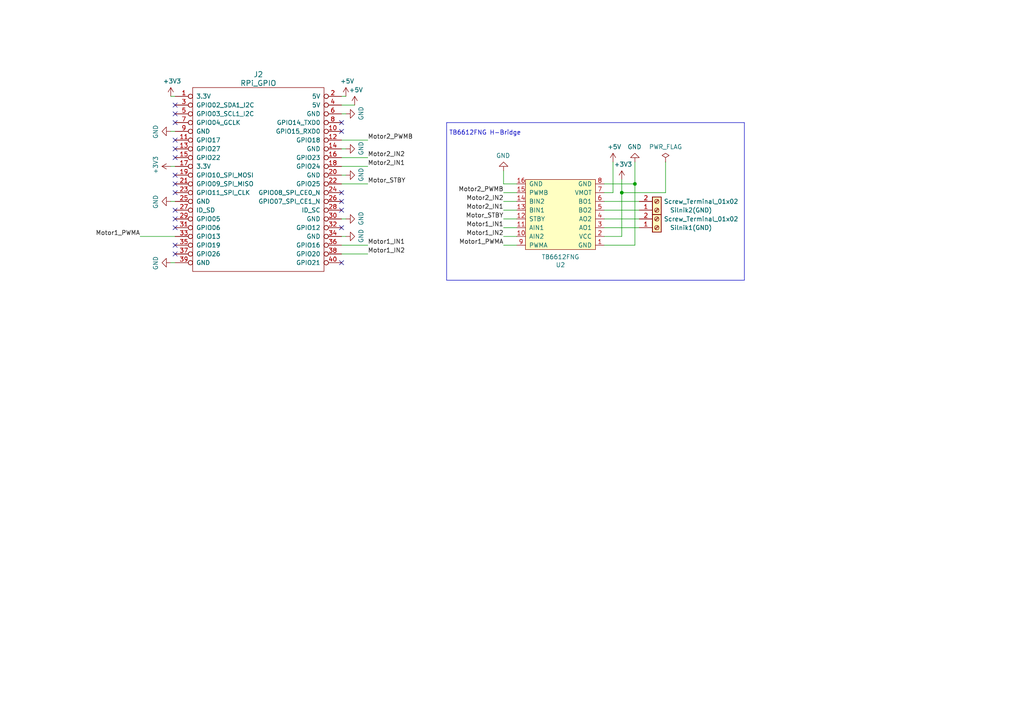
<source format=kicad_sch>
(kicad_sch (version 20230121) (generator eeschema)

  (uuid 61fe293f-6808-4b7f-9340-9aaac7054a97)

  (paper "A4")

  (lib_symbols
    (symbol "Connector-ML:RPi_GPIO" (pin_names (offset 1.016)) (in_bom yes) (on_board yes)
      (property "Reference" "J" (at 19.05 6.35 0)
        (effects (font (size 1.524 1.524)))
      )
      (property "Value" "RPi_GPIO" (at 19.05 3.81 0)
        (effects (font (size 1.524 1.524)))
      )
      (property "Footprint" "" (at 0 0 0)
        (effects (font (size 1.524 1.524)))
      )
      (property "Datasheet" "" (at 0 0 0)
        (effects (font (size 1.524 1.524)))
      )
      (property "ki_keywords" "RPi Raspberry Pi GPIO" (at 0 0 0)
        (effects (font (size 1.27 1.27)) hide)
      )
      (property "ki_description" "Raspberry Pi Hat GPIO" (at 0 0 0)
        (effects (font (size 1.27 1.27)) hide)
      )
      (symbol "RPi_GPIO_0_1"
        (rectangle (start 0 2.54) (end 38.1 -50.8)
          (stroke (width 0) (type default))
          (fill (type none))
        )
      )
      (symbol "RPi_GPIO_1_1"
        (pin power_in inverted (at -5.08 0 0) (length 5.08)
          (name "3.3V" (effects (font (size 1.27 1.27))))
          (number "1" (effects (font (size 1.27 1.27))))
        )
        (pin bidirectional inverted (at 43.18 -10.16 180) (length 5.08)
          (name "GPIO15_RXD0" (effects (font (size 1.27 1.27))))
          (number "10" (effects (font (size 1.27 1.27))))
        )
        (pin bidirectional inverted (at -5.08 -12.7 0) (length 5.08)
          (name "GPIO17" (effects (font (size 1.27 1.27))))
          (number "11" (effects (font (size 1.27 1.27))))
        )
        (pin bidirectional inverted (at 43.18 -12.7 180) (length 5.08)
          (name "GPIO18" (effects (font (size 1.27 1.27))))
          (number "12" (effects (font (size 1.27 1.27))))
        )
        (pin bidirectional inverted (at -5.08 -15.24 0) (length 5.08)
          (name "GPIO27" (effects (font (size 1.27 1.27))))
          (number "13" (effects (font (size 1.27 1.27))))
        )
        (pin power_in inverted (at 43.18 -15.24 180) (length 5.08)
          (name "GND" (effects (font (size 1.27 1.27))))
          (number "14" (effects (font (size 1.27 1.27))))
        )
        (pin bidirectional inverted (at -5.08 -17.78 0) (length 5.08)
          (name "GPIO22" (effects (font (size 1.27 1.27))))
          (number "15" (effects (font (size 1.27 1.27))))
        )
        (pin bidirectional inverted (at 43.18 -17.78 180) (length 5.08)
          (name "GPIO23" (effects (font (size 1.27 1.27))))
          (number "16" (effects (font (size 1.27 1.27))))
        )
        (pin power_in inverted (at -5.08 -20.32 0) (length 5.08)
          (name "3.3V" (effects (font (size 1.27 1.27))))
          (number "17" (effects (font (size 1.27 1.27))))
        )
        (pin bidirectional inverted (at 43.18 -20.32 180) (length 5.08)
          (name "GPIO24" (effects (font (size 1.27 1.27))))
          (number "18" (effects (font (size 1.27 1.27))))
        )
        (pin bidirectional inverted (at -5.08 -22.86 0) (length 5.08)
          (name "GPIO10_SPI_MOSI" (effects (font (size 1.27 1.27))))
          (number "19" (effects (font (size 1.27 1.27))))
        )
        (pin power_in inverted (at 43.18 0 180) (length 5.08)
          (name "5V" (effects (font (size 1.27 1.27))))
          (number "2" (effects (font (size 1.27 1.27))))
        )
        (pin power_in inverted (at 43.18 -22.86 180) (length 5.08)
          (name "GND" (effects (font (size 1.27 1.27))))
          (number "20" (effects (font (size 1.27 1.27))))
        )
        (pin bidirectional inverted (at -5.08 -25.4 0) (length 5.08)
          (name "GPIO09_SPI_MISO" (effects (font (size 1.27 1.27))))
          (number "21" (effects (font (size 1.27 1.27))))
        )
        (pin bidirectional inverted (at 43.18 -25.4 180) (length 5.08)
          (name "GPIO25" (effects (font (size 1.27 1.27))))
          (number "22" (effects (font (size 1.27 1.27))))
        )
        (pin bidirectional inverted (at -5.08 -27.94 0) (length 5.08)
          (name "GPIO11_SPI_CLK" (effects (font (size 1.27 1.27))))
          (number "23" (effects (font (size 1.27 1.27))))
        )
        (pin bidirectional inverted (at 43.18 -27.94 180) (length 5.08)
          (name "GPIO08_SPI_CE0_N" (effects (font (size 1.27 1.27))))
          (number "24" (effects (font (size 1.27 1.27))))
        )
        (pin power_in inverted (at -5.08 -30.48 0) (length 5.08)
          (name "GND" (effects (font (size 1.27 1.27))))
          (number "25" (effects (font (size 1.27 1.27))))
        )
        (pin bidirectional inverted (at 43.18 -30.48 180) (length 5.08)
          (name "GPIO07_SPI_CE1_N" (effects (font (size 1.27 1.27))))
          (number "26" (effects (font (size 1.27 1.27))))
        )
        (pin bidirectional inverted (at -5.08 -33.02 0) (length 5.08)
          (name "ID_SD" (effects (font (size 1.27 1.27))))
          (number "27" (effects (font (size 1.27 1.27))))
        )
        (pin bidirectional inverted (at 43.18 -33.02 180) (length 5.08)
          (name "ID_SC" (effects (font (size 1.27 1.27))))
          (number "28" (effects (font (size 1.27 1.27))))
        )
        (pin bidirectional inverted (at -5.08 -35.56 0) (length 5.08)
          (name "GPIO05" (effects (font (size 1.27 1.27))))
          (number "29" (effects (font (size 1.27 1.27))))
        )
        (pin bidirectional inverted (at -5.08 -2.54 0) (length 5.08)
          (name "GPIO02_SDA1_I2C" (effects (font (size 1.27 1.27))))
          (number "3" (effects (font (size 1.27 1.27))))
        )
        (pin power_in inverted (at 43.18 -35.56 180) (length 5.08)
          (name "GND" (effects (font (size 1.27 1.27))))
          (number "30" (effects (font (size 1.27 1.27))))
        )
        (pin bidirectional inverted (at -5.08 -38.1 0) (length 5.08)
          (name "GPIO06" (effects (font (size 1.27 1.27))))
          (number "31" (effects (font (size 1.27 1.27))))
        )
        (pin bidirectional inverted (at 43.18 -38.1 180) (length 5.08)
          (name "GPIO12" (effects (font (size 1.27 1.27))))
          (number "32" (effects (font (size 1.27 1.27))))
        )
        (pin bidirectional inverted (at -5.08 -40.64 0) (length 5.08)
          (name "GPIO13" (effects (font (size 1.27 1.27))))
          (number "33" (effects (font (size 1.27 1.27))))
        )
        (pin power_in inverted (at 43.18 -40.64 180) (length 5.08)
          (name "GND" (effects (font (size 1.27 1.27))))
          (number "34" (effects (font (size 1.27 1.27))))
        )
        (pin bidirectional inverted (at -5.08 -43.18 0) (length 5.08)
          (name "GPIO19" (effects (font (size 1.27 1.27))))
          (number "35" (effects (font (size 1.27 1.27))))
        )
        (pin bidirectional inverted (at 43.18 -43.18 180) (length 5.08)
          (name "GPIO16" (effects (font (size 1.27 1.27))))
          (number "36" (effects (font (size 1.27 1.27))))
        )
        (pin bidirectional inverted (at -5.08 -45.72 0) (length 5.08)
          (name "GPIO26" (effects (font (size 1.27 1.27))))
          (number "37" (effects (font (size 1.27 1.27))))
        )
        (pin bidirectional inverted (at 43.18 -45.72 180) (length 5.08)
          (name "GPIO20" (effects (font (size 1.27 1.27))))
          (number "38" (effects (font (size 1.27 1.27))))
        )
        (pin power_in inverted (at -5.08 -48.26 0) (length 5.08)
          (name "GND" (effects (font (size 1.27 1.27))))
          (number "39" (effects (font (size 1.27 1.27))))
        )
        (pin power_in inverted (at 43.18 -2.54 180) (length 5.08)
          (name "5V" (effects (font (size 1.27 1.27))))
          (number "4" (effects (font (size 1.27 1.27))))
        )
        (pin bidirectional inverted (at 43.18 -48.26 180) (length 5.08)
          (name "GPIO21" (effects (font (size 1.27 1.27))))
          (number "40" (effects (font (size 1.27 1.27))))
        )
        (pin bidirectional inverted (at -5.08 -5.08 0) (length 5.08)
          (name "GPIO03_SCL1_I2C" (effects (font (size 1.27 1.27))))
          (number "5" (effects (font (size 1.27 1.27))))
        )
        (pin power_in inverted (at 43.18 -5.08 180) (length 5.08)
          (name "GND" (effects (font (size 1.27 1.27))))
          (number "6" (effects (font (size 1.27 1.27))))
        )
        (pin bidirectional inverted (at -5.08 -7.62 0) (length 5.08)
          (name "GPIO04_GCLK" (effects (font (size 1.27 1.27))))
          (number "7" (effects (font (size 1.27 1.27))))
        )
        (pin bidirectional inverted (at 43.18 -7.62 180) (length 5.08)
          (name "GPIO14_TXD0" (effects (font (size 1.27 1.27))))
          (number "8" (effects (font (size 1.27 1.27))))
        )
        (pin power_in inverted (at -5.08 -10.16 0) (length 5.08)
          (name "GND" (effects (font (size 1.27 1.27))))
          (number "9" (effects (font (size 1.27 1.27))))
        )
      )
    )
    (symbol "Connector:Screw_Terminal_01x02" (pin_names (offset 1.016) hide) (in_bom yes) (on_board yes)
      (property "Reference" "J" (at 0 2.54 0)
        (effects (font (size 1.27 1.27)))
      )
      (property "Value" "Screw_Terminal_01x02" (at 0 -5.08 0)
        (effects (font (size 1.27 1.27)))
      )
      (property "Footprint" "" (at 0 0 0)
        (effects (font (size 1.27 1.27)) hide)
      )
      (property "Datasheet" "~" (at 0 0 0)
        (effects (font (size 1.27 1.27)) hide)
      )
      (property "ki_keywords" "screw terminal" (at 0 0 0)
        (effects (font (size 1.27 1.27)) hide)
      )
      (property "ki_description" "Generic screw terminal, single row, 01x02, script generated (kicad-library-utils/schlib/autogen/connector/)" (at 0 0 0)
        (effects (font (size 1.27 1.27)) hide)
      )
      (property "ki_fp_filters" "TerminalBlock*:*" (at 0 0 0)
        (effects (font (size 1.27 1.27)) hide)
      )
      (symbol "Screw_Terminal_01x02_1_1"
        (rectangle (start -1.27 1.27) (end 1.27 -3.81)
          (stroke (width 0.254) (type default))
          (fill (type background))
        )
        (circle (center 0 -2.54) (radius 0.635)
          (stroke (width 0.1524) (type default))
          (fill (type none))
        )
        (polyline
          (pts
            (xy -0.5334 -2.2098)
            (xy 0.3302 -3.048)
          )
          (stroke (width 0.1524) (type default))
          (fill (type none))
        )
        (polyline
          (pts
            (xy -0.5334 0.3302)
            (xy 0.3302 -0.508)
          )
          (stroke (width 0.1524) (type default))
          (fill (type none))
        )
        (polyline
          (pts
            (xy -0.3556 -2.032)
            (xy 0.508 -2.8702)
          )
          (stroke (width 0.1524) (type default))
          (fill (type none))
        )
        (polyline
          (pts
            (xy -0.3556 0.508)
            (xy 0.508 -0.3302)
          )
          (stroke (width 0.1524) (type default))
          (fill (type none))
        )
        (circle (center 0 0) (radius 0.635)
          (stroke (width 0.1524) (type default))
          (fill (type none))
        )
        (pin passive line (at -5.08 0 0) (length 3.81)
          (name "Pin_1" (effects (font (size 1.27 1.27))))
          (number "1" (effects (font (size 1.27 1.27))))
        )
        (pin passive line (at -5.08 -2.54 0) (length 3.81)
          (name "Pin_2" (effects (font (size 1.27 1.27))))
          (number "2" (effects (font (size 1.27 1.27))))
        )
      )
    )
    (symbol "Scrub:TB6612FNG" (pin_names (offset 1.016)) (in_bom yes) (on_board yes)
      (property "Reference" "U" (at 10.16 21.59 0)
        (effects (font (size 1.27 1.27)))
      )
      (property "Value" "Scrub_TB6612FNG" (at 10.16 24.13 0)
        (effects (font (size 1.27 1.27)))
      )
      (property "Footprint" "" (at 10.16 21.59 0)
        (effects (font (size 1.27 1.27)) hide)
      )
      (property "Datasheet" "" (at 10.16 21.59 0)
        (effects (font (size 1.27 1.27)) hide)
      )
      (symbol "TB6612FNG_0_1"
        (rectangle (start 0 20.32) (end 20.32 0)
          (stroke (width 0) (type default))
          (fill (type background))
        )
      )
      (symbol "TB6612FNG_1_1"
        (pin bidirectional line (at -2.54 19.05 0) (length 2.54)
          (name "GND" (effects (font (size 1.27 1.27))))
          (number "1" (effects (font (size 1.27 1.27))))
        )
        (pin bidirectional line (at 22.86 16.51 180) (length 2.54)
          (name "AIN2" (effects (font (size 1.27 1.27))))
          (number "10" (effects (font (size 1.27 1.27))))
        )
        (pin bidirectional line (at 22.86 13.97 180) (length 2.54)
          (name "AIN1" (effects (font (size 1.27 1.27))))
          (number "11" (effects (font (size 1.27 1.27))))
        )
        (pin bidirectional line (at 22.86 11.43 180) (length 2.54)
          (name "STBY" (effects (font (size 1.27 1.27))))
          (number "12" (effects (font (size 1.27 1.27))))
        )
        (pin bidirectional line (at 22.86 8.89 180) (length 2.54)
          (name "BIN1" (effects (font (size 1.27 1.27))))
          (number "13" (effects (font (size 1.27 1.27))))
        )
        (pin bidirectional line (at 22.86 6.35 180) (length 2.54)
          (name "BIN2" (effects (font (size 1.27 1.27))))
          (number "14" (effects (font (size 1.27 1.27))))
        )
        (pin bidirectional line (at 22.86 3.81 180) (length 2.54)
          (name "PWMB" (effects (font (size 1.27 1.27))))
          (number "15" (effects (font (size 1.27 1.27))))
        )
        (pin bidirectional line (at 22.86 1.27 180) (length 2.54)
          (name "GND" (effects (font (size 1.27 1.27))))
          (number "16" (effects (font (size 1.27 1.27))))
        )
        (pin input line (at -2.54 16.51 0) (length 2.54)
          (name "VCC" (effects (font (size 1.27 1.27))))
          (number "2" (effects (font (size 1.27 1.27))))
        )
        (pin bidirectional line (at -2.54 13.97 0) (length 2.54)
          (name "AO1" (effects (font (size 1.27 1.27))))
          (number "3" (effects (font (size 1.27 1.27))))
        )
        (pin bidirectional line (at -2.54 11.43 0) (length 2.54)
          (name "AO2" (effects (font (size 1.27 1.27))))
          (number "4" (effects (font (size 1.27 1.27))))
        )
        (pin bidirectional line (at -2.54 8.89 0) (length 2.54)
          (name "BO2" (effects (font (size 1.27 1.27))))
          (number "5" (effects (font (size 1.27 1.27))))
        )
        (pin bidirectional line (at -2.54 6.35 0) (length 2.54)
          (name "BO1" (effects (font (size 1.27 1.27))))
          (number "6" (effects (font (size 1.27 1.27))))
        )
        (pin bidirectional line (at -2.54 3.81 0) (length 2.54)
          (name "VMOT" (effects (font (size 1.27 1.27))))
          (number "7" (effects (font (size 1.27 1.27))))
        )
        (pin bidirectional line (at -2.54 1.27 0) (length 2.54)
          (name "GND" (effects (font (size 1.27 1.27))))
          (number "8" (effects (font (size 1.27 1.27))))
        )
        (pin bidirectional line (at 22.86 19.05 180) (length 2.54)
          (name "PWMA" (effects (font (size 1.27 1.27))))
          (number "9" (effects (font (size 1.27 1.27))))
        )
      )
    )
    (symbol "power:+3.3V" (power) (pin_names (offset 0)) (in_bom yes) (on_board yes)
      (property "Reference" "#PWR" (at 0 -3.81 0)
        (effects (font (size 1.27 1.27)) hide)
      )
      (property "Value" "+3.3V" (at 0 3.556 0)
        (effects (font (size 1.27 1.27)))
      )
      (property "Footprint" "" (at 0 0 0)
        (effects (font (size 1.27 1.27)) hide)
      )
      (property "Datasheet" "" (at 0 0 0)
        (effects (font (size 1.27 1.27)) hide)
      )
      (property "ki_keywords" "power-flag" (at 0 0 0)
        (effects (font (size 1.27 1.27)) hide)
      )
      (property "ki_description" "Power symbol creates a global label with name \"+3.3V\"" (at 0 0 0)
        (effects (font (size 1.27 1.27)) hide)
      )
      (symbol "+3.3V_0_1"
        (polyline
          (pts
            (xy -0.762 1.27)
            (xy 0 2.54)
          )
          (stroke (width 0) (type default))
          (fill (type none))
        )
        (polyline
          (pts
            (xy 0 0)
            (xy 0 2.54)
          )
          (stroke (width 0) (type default))
          (fill (type none))
        )
        (polyline
          (pts
            (xy 0 2.54)
            (xy 0.762 1.27)
          )
          (stroke (width 0) (type default))
          (fill (type none))
        )
      )
      (symbol "+3.3V_1_1"
        (pin power_in line (at 0 0 90) (length 0) hide
          (name "+3V3" (effects (font (size 1.27 1.27))))
          (number "1" (effects (font (size 1.27 1.27))))
        )
      )
    )
    (symbol "power:+5V" (power) (pin_names (offset 0)) (in_bom yes) (on_board yes)
      (property "Reference" "#PWR" (at 0 -3.81 0)
        (effects (font (size 1.27 1.27)) hide)
      )
      (property "Value" "+5V" (at 0 3.556 0)
        (effects (font (size 1.27 1.27)))
      )
      (property "Footprint" "" (at 0 0 0)
        (effects (font (size 1.27 1.27)) hide)
      )
      (property "Datasheet" "" (at 0 0 0)
        (effects (font (size 1.27 1.27)) hide)
      )
      (property "ki_keywords" "power-flag" (at 0 0 0)
        (effects (font (size 1.27 1.27)) hide)
      )
      (property "ki_description" "Power symbol creates a global label with name \"+5V\"" (at 0 0 0)
        (effects (font (size 1.27 1.27)) hide)
      )
      (symbol "+5V_0_1"
        (polyline
          (pts
            (xy -0.762 1.27)
            (xy 0 2.54)
          )
          (stroke (width 0) (type default))
          (fill (type none))
        )
        (polyline
          (pts
            (xy 0 0)
            (xy 0 2.54)
          )
          (stroke (width 0) (type default))
          (fill (type none))
        )
        (polyline
          (pts
            (xy 0 2.54)
            (xy 0.762 1.27)
          )
          (stroke (width 0) (type default))
          (fill (type none))
        )
      )
      (symbol "+5V_1_1"
        (pin power_in line (at 0 0 90) (length 0) hide
          (name "+5V" (effects (font (size 1.27 1.27))))
          (number "1" (effects (font (size 1.27 1.27))))
        )
      )
    )
    (symbol "power:GND" (power) (pin_names (offset 0)) (in_bom yes) (on_board yes)
      (property "Reference" "#PWR" (at 0 -6.35 0)
        (effects (font (size 1.27 1.27)) hide)
      )
      (property "Value" "GND" (at 0 -3.81 0)
        (effects (font (size 1.27 1.27)))
      )
      (property "Footprint" "" (at 0 0 0)
        (effects (font (size 1.27 1.27)) hide)
      )
      (property "Datasheet" "" (at 0 0 0)
        (effects (font (size 1.27 1.27)) hide)
      )
      (property "ki_keywords" "power-flag" (at 0 0 0)
        (effects (font (size 1.27 1.27)) hide)
      )
      (property "ki_description" "Power symbol creates a global label with name \"GND\" , ground" (at 0 0 0)
        (effects (font (size 1.27 1.27)) hide)
      )
      (symbol "GND_0_1"
        (polyline
          (pts
            (xy 0 0)
            (xy 0 -1.27)
            (xy 1.27 -1.27)
            (xy 0 -2.54)
            (xy -1.27 -1.27)
            (xy 0 -1.27)
          )
          (stroke (width 0) (type default))
          (fill (type none))
        )
      )
      (symbol "GND_1_1"
        (pin power_in line (at 0 0 270) (length 0) hide
          (name "GND" (effects (font (size 1.27 1.27))))
          (number "1" (effects (font (size 1.27 1.27))))
        )
      )
    )
    (symbol "power:PWR_FLAG" (power) (pin_numbers hide) (pin_names (offset 0) hide) (in_bom yes) (on_board yes)
      (property "Reference" "#FLG" (at 0 1.905 0)
        (effects (font (size 1.27 1.27)) hide)
      )
      (property "Value" "PWR_FLAG" (at 0 3.81 0)
        (effects (font (size 1.27 1.27)))
      )
      (property "Footprint" "" (at 0 0 0)
        (effects (font (size 1.27 1.27)) hide)
      )
      (property "Datasheet" "~" (at 0 0 0)
        (effects (font (size 1.27 1.27)) hide)
      )
      (property "ki_keywords" "power-flag" (at 0 0 0)
        (effects (font (size 1.27 1.27)) hide)
      )
      (property "ki_description" "Special symbol for telling ERC where power comes from" (at 0 0 0)
        (effects (font (size 1.27 1.27)) hide)
      )
      (symbol "PWR_FLAG_0_0"
        (pin power_out line (at 0 0 90) (length 0)
          (name "pwr" (effects (font (size 1.27 1.27))))
          (number "1" (effects (font (size 1.27 1.27))))
        )
      )
      (symbol "PWR_FLAG_0_1"
        (polyline
          (pts
            (xy 0 0)
            (xy 0 1.27)
            (xy -1.016 1.905)
            (xy 0 2.54)
            (xy 1.016 1.905)
            (xy 0 1.27)
          )
          (stroke (width 0) (type default))
          (fill (type none))
        )
      )
    )
  )

  (junction (at 180.34 55.88) (diameter 0) (color 0 0 0 0)
    (uuid 5c30b9b4-3014-4f50-9329-27a539b67e01)
  )
  (junction (at 184.15 53.34) (diameter 0) (color 0 0 0 0)
    (uuid 8de2d84c-ff45-4d4f-bc49-c166f6ae6b91)
  )

  (no_connect (at 50.8 55.88) (uuid 101ef598-601d-400e-9ef6-d655fbb1dbfa))
  (no_connect (at 50.8 43.18) (uuid 1a0c9531-6743-4f48-b786-c5089a6cc605))
  (no_connect (at 99.06 76.2) (uuid 2d67a417-188f-4014-9282-000265d80009))
  (no_connect (at 99.06 55.88) (uuid 40976bf0-19de-460f-ad64-224d4f51e16b))
  (no_connect (at 50.8 66.04) (uuid 461aa924-8c13-4bf4-b25d-90ddbae2c45e))
  (no_connect (at 50.8 33.02) (uuid 5587cd91-be7b-4327-9b8b-b92121c57dc2))
  (no_connect (at 50.8 50.8) (uuid 6781326c-6e0d-4753-8f28-0f5c687e01f9))
  (no_connect (at 50.8 71.12) (uuid 759594ce-aa4c-4311-aff7-4fb9a5889b5c))
  (no_connect (at 50.8 60.96) (uuid 7f52d787-caa3-4a92-b1b2-19d554dc29a4))
  (no_connect (at 99.06 58.42) (uuid 8c514922-ffe1-4e37-a260-e807409f2e0d))
  (no_connect (at 50.8 73.66) (uuid a13ab237-8f8d-4e16-8c47-4440653b8534))
  (no_connect (at 50.8 35.56) (uuid a8b4bc7e-da32-4fb8-b71a-d7b47c6f741f))
  (no_connect (at 99.06 38.1) (uuid aa931730-93d7-4747-90e8-546167813941))
  (no_connect (at 50.8 30.48) (uuid bc6ccd6f-9d74-4495-9ea8-c1d1c4d4d396))
  (no_connect (at 99.06 60.96) (uuid c25a772d-af9c-4ebc-96f6-0966738c13a8))
  (no_connect (at 50.8 63.5) (uuid c80116dc-427d-4b16-bde3-9c958e8f29db))
  (no_connect (at 50.8 53.34) (uuid c8029a4c-945d-42ca-871a-dd73ff50a1a3))
  (no_connect (at 50.8 45.72) (uuid ca5a4651-0d1d-441b-b17d-01518ef3b656))
  (no_connect (at 99.06 66.04) (uuid cd225b06-14c5-4ac9-a711-0d702a9b02cf))
  (no_connect (at 50.8 40.64) (uuid dcfccaae-2cab-474b-8a3e-02c446f27a12))
  (no_connect (at 99.06 35.56) (uuid de3d1c82-74ba-4056-933d-faec4474fa64))

  (wire (pts (xy 99.06 40.64) (xy 106.68 40.64))
    (stroke (width 0) (type default))
    (uuid 009a4fb4-fcc0-4623-ae5d-c1bae3219583)
  )
  (polyline (pts (xy 129.54 35.56) (xy 215.9 35.56))
    (stroke (width 0) (type default))
    (uuid 071522c0-d0ed-49b9-906e-6295f67fb0dc)
  )

  (wire (pts (xy 50.8 38.1) (xy 49.53 38.1))
    (stroke (width 0) (type default))
    (uuid 0fd35a3e-b394-4aae-875a-fac843f9cbb7)
  )
  (wire (pts (xy 99.06 73.66) (xy 106.68 73.66))
    (stroke (width 0) (type default))
    (uuid 109caac1-5036-4f23-9a66-f569d871501b)
  )
  (wire (pts (xy 175.26 55.88) (xy 177.8 55.88))
    (stroke (width 0) (type default))
    (uuid 14769dc5-8525-4984-8b15-a734ee247efa)
  )
  (wire (pts (xy 99.06 71.12) (xy 106.68 71.12))
    (stroke (width 0) (type default))
    (uuid 19b0959e-a79b-43b2-a5ad-525ced7e9131)
  )
  (wire (pts (xy 193.04 55.88) (xy 180.34 55.88))
    (stroke (width 0) (type default))
    (uuid 1f9ae101-c652-4998-a503-17aedf3d5746)
  )
  (wire (pts (xy 149.86 58.42) (xy 146.05 58.42))
    (stroke (width 0) (type default))
    (uuid 22999e73-da32-43a5-9163-4b3a41614f25)
  )
  (wire (pts (xy 149.86 63.5) (xy 146.05 63.5))
    (stroke (width 0) (type default))
    (uuid 240c10af-51b5-420e-a6f4-a2c8f5db1db5)
  )
  (wire (pts (xy 99.06 50.8) (xy 100.33 50.8))
    (stroke (width 0) (type default))
    (uuid 2dc54bac-8640-4dd7-b8ed-3c7acb01a8ea)
  )
  (wire (pts (xy 50.8 58.42) (xy 49.53 58.42))
    (stroke (width 0) (type default))
    (uuid 31540a7e-dc9e-4e4d-96b1-dab15efa5f4b)
  )
  (wire (pts (xy 175.26 53.34) (xy 184.15 53.34))
    (stroke (width 0) (type default))
    (uuid 3326423d-8df7-4a7e-a354-349430b8fbd7)
  )
  (wire (pts (xy 50.8 48.26) (xy 49.53 48.26))
    (stroke (width 0) (type default))
    (uuid 3f8a5430-68a9-4732-9b89-4e00dd8ae219)
  )
  (wire (pts (xy 149.86 60.96) (xy 146.05 60.96))
    (stroke (width 0) (type default))
    (uuid 40b14a16-fb82-4b9d-89dd-55cd98abb5cc)
  )
  (wire (pts (xy 175.26 63.5) (xy 185.42 63.5))
    (stroke (width 0) (type default))
    (uuid 413195a7-c5c8-4b2d-8109-bcdaf552ebce)
  )
  (polyline (pts (xy 129.54 81.28) (xy 129.54 35.56))
    (stroke (width 0) (type default))
    (uuid 4185c36c-c66e-4dbd-be5d-841e551f4885)
  )

  (wire (pts (xy 175.26 71.12) (xy 184.15 71.12))
    (stroke (width 0) (type default))
    (uuid 4d4fecdd-be4a-47e9-9085-2268d5852d8f)
  )
  (polyline (pts (xy 129.54 81.28) (xy 215.9 81.28))
    (stroke (width 0) (type default))
    (uuid 4e315e69-0417-463a-8b7f-469a08d1496e)
  )

  (wire (pts (xy 50.8 27.94) (xy 49.53 27.94))
    (stroke (width 0) (type default))
    (uuid 4fa10683-33cd-4dcd-8acc-2415cd63c62a)
  )
  (wire (pts (xy 149.86 68.58) (xy 146.05 68.58))
    (stroke (width 0) (type default))
    (uuid 5487601b-81d3-4c70-8f3d-cf9df9c63302)
  )
  (polyline (pts (xy 215.9 35.56) (xy 215.9 81.28))
    (stroke (width 0) (type default))
    (uuid 6a2b20ae-096c-4d9f-92f8-2087c865914f)
  )

  (wire (pts (xy 40.64 68.58) (xy 50.8 68.58))
    (stroke (width 0) (type default))
    (uuid 6ffdf05e-e119-49f9-85e9-13e4901df42a)
  )
  (wire (pts (xy 146.05 53.34) (xy 146.05 49.53))
    (stroke (width 0) (type default))
    (uuid 70e15522-1572-4451-9c0d-6d36ac70d8c6)
  )
  (wire (pts (xy 99.06 68.58) (xy 100.33 68.58))
    (stroke (width 0) (type default))
    (uuid 70fb572d-d5ec-41e7-9482-63d4578b4f47)
  )
  (wire (pts (xy 99.06 53.34) (xy 106.68 53.34))
    (stroke (width 0) (type default))
    (uuid 7c04618d-9115-4179-b234-a8faf854ea92)
  )
  (wire (pts (xy 175.26 58.42) (xy 185.42 58.42))
    (stroke (width 0) (type default))
    (uuid 81876ebc-8a22-4ea9-8749-60e5637e51e5)
  )
  (wire (pts (xy 184.15 71.12) (xy 184.15 53.34))
    (stroke (width 0) (type default))
    (uuid 8458d41c-5d62-455d-b6e1-9f718c0faac9)
  )
  (wire (pts (xy 99.06 33.02) (xy 100.33 33.02))
    (stroke (width 0) (type default))
    (uuid 88668202-3f0b-4d07-84d4-dcd790f57272)
  )
  (wire (pts (xy 180.34 52.07) (xy 180.34 55.88))
    (stroke (width 0) (type default))
    (uuid 88cb65f4-7e9e-44eb-8692-3b6e2e788a94)
  )
  (wire (pts (xy 99.06 30.48) (xy 102.87 30.48))
    (stroke (width 0) (type default))
    (uuid 8bc2c25a-a1f1-4ce8-b96a-a4f8f4c35079)
  )
  (wire (pts (xy 50.8 76.2) (xy 49.53 76.2))
    (stroke (width 0) (type default))
    (uuid 8c1605f9-6c91-4701-96bf-e753661d5e23)
  )
  (wire (pts (xy 149.86 71.12) (xy 146.05 71.12))
    (stroke (width 0) (type default))
    (uuid 926001fd-2747-4639-8c0f-4fc46ff7218d)
  )
  (wire (pts (xy 175.26 68.58) (xy 180.34 68.58))
    (stroke (width 0) (type default))
    (uuid 935057d5-6882-4c15-9a35-54677912ba12)
  )
  (wire (pts (xy 180.34 55.88) (xy 180.34 68.58))
    (stroke (width 0) (type default))
    (uuid 9a2d648d-863a-4b7b-80f9-d537185c212b)
  )
  (wire (pts (xy 99.06 27.94) (xy 100.33 27.94))
    (stroke (width 0) (type default))
    (uuid 9cbf35b8-f4d3-42a3-bb16-04ffd03fd8fd)
  )
  (wire (pts (xy 149.86 55.88) (xy 146.05 55.88))
    (stroke (width 0) (type default))
    (uuid a4f86a46-3bc8-4daa-9125-a63f297eb114)
  )
  (wire (pts (xy 175.26 66.04) (xy 185.42 66.04))
    (stroke (width 0) (type default))
    (uuid a5262f12-6dc9-45ea-b488-400ba8c4a227)
  )
  (wire (pts (xy 184.15 53.34) (xy 184.15 46.99))
    (stroke (width 0) (type default))
    (uuid a5cd8da1-8f7f-4f80-bb23-0317de562222)
  )
  (wire (pts (xy 175.26 60.96) (xy 185.42 60.96))
    (stroke (width 0) (type default))
    (uuid b4833916-7a3e-4498-86fb-ec6d13262ffe)
  )
  (wire (pts (xy 149.86 66.04) (xy 146.05 66.04))
    (stroke (width 0) (type default))
    (uuid cb614b23-9af3-4aec-bed8-c1374e001510)
  )
  (wire (pts (xy 99.06 43.18) (xy 100.33 43.18))
    (stroke (width 0) (type default))
    (uuid cf386a39-fc62-49dd-8ec5-e044f6bd67ce)
  )
  (wire (pts (xy 149.86 53.34) (xy 146.05 53.34))
    (stroke (width 0) (type default))
    (uuid d3d7e298-1d39-4294-a3ab-c84cc0dc5e5a)
  )
  (wire (pts (xy 99.06 45.72) (xy 106.68 45.72))
    (stroke (width 0) (type default))
    (uuid e4d2f565-25a0-48c6-be59-f4bf31ad2558)
  )
  (wire (pts (xy 99.06 48.26) (xy 106.68 48.26))
    (stroke (width 0) (type default))
    (uuid e502d1d5-04b0-4d4b-b5c3-8c52d09668e7)
  )
  (wire (pts (xy 193.04 46.99) (xy 193.04 55.88))
    (stroke (width 0) (type default))
    (uuid e5b328f6-dc69-4905-ae98-2dc3200a51d6)
  )
  (wire (pts (xy 177.8 55.88) (xy 177.8 46.99))
    (stroke (width 0) (type default))
    (uuid e6b860cc-cb76-4220-acfb-68f1eb348bfa)
  )
  (wire (pts (xy 99.06 63.5) (xy 100.33 63.5))
    (stroke (width 0) (type default))
    (uuid eae0ab9f-65b2-44d3-aba7-873c3227fba7)
  )

  (text "TB6612FNG H-Bridge" (at 151.13 39.37 0)
    (effects (font (size 1.27 1.27)) (justify right bottom))
    (uuid 2846428d-39de-4eae-8ce2-64955d56c493)
  )

  (label "Motor1_IN1" (at 146.05 66.04 180) (fields_autoplaced)
    (effects (font (size 1.27 1.27)) (justify right bottom))
    (uuid 20cca02e-4c4d-4961-b6b4-b40a1731b220)
  )
  (label "Motor2_IN1" (at 146.05 60.96 180) (fields_autoplaced)
    (effects (font (size 1.27 1.27)) (justify right bottom))
    (uuid 2d697cf0-e02e-4ed1-a048-a704dab0ee43)
  )
  (label "Motor_STBY" (at 146.05 63.5 180) (fields_autoplaced)
    (effects (font (size 1.27 1.27)) (justify right bottom))
    (uuid 503dbd88-3e6b-48cc-a2ea-a6e28b52a1f7)
  )
  (label "Motor_STBY" (at 106.68 53.34 0) (fields_autoplaced)
    (effects (font (size 1.27 1.27)) (justify left bottom))
    (uuid 592f25e6-a01b-47fd-8172-3da01117d00a)
  )
  (label "Motor1_IN2" (at 106.68 73.66 0) (fields_autoplaced)
    (effects (font (size 1.27 1.27)) (justify left bottom))
    (uuid 597a11f2-5d2c-4a65-ac95-38ad106e1367)
  )
  (label "Motor1_PWMA" (at 40.64 68.58 180) (fields_autoplaced)
    (effects (font (size 1.27 1.27)) (justify right bottom))
    (uuid 59ec3156-036e-4049-89db-91a9dd07095f)
  )
  (label "Motor2_IN2" (at 146.05 58.42 180) (fields_autoplaced)
    (effects (font (size 1.27 1.27)) (justify right bottom))
    (uuid 658dad07-97fd-466c-8b49-21892ac96ea4)
  )
  (label "Motor2_IN2" (at 106.68 45.72 0) (fields_autoplaced)
    (effects (font (size 1.27 1.27)) (justify left bottom))
    (uuid 6e68f0cd-800e-4167-9553-71fc59da1eeb)
  )
  (label "Motor2_PWMB" (at 146.05 55.88 180) (fields_autoplaced)
    (effects (font (size 1.27 1.27)) (justify right bottom))
    (uuid 81a15393-727e-448b-a777-b18773023d89)
  )
  (label "Motor1_IN1" (at 106.68 71.12 0) (fields_autoplaced)
    (effects (font (size 1.27 1.27)) (justify left bottom))
    (uuid a29f8df0-3fae-4edf-8d9c-bd5a875b13e3)
  )
  (label "Motor2_IN1" (at 106.68 48.26 0) (fields_autoplaced)
    (effects (font (size 1.27 1.27)) (justify left bottom))
    (uuid c09938fd-06b9-4771-9f63-2311626243b3)
  )
  (label "Motor1_PWMA" (at 146.05 71.12 180) (fields_autoplaced)
    (effects (font (size 1.27 1.27)) (justify right bottom))
    (uuid d39d813e-3e64-490c-ba5c-a64bb5ad6bd0)
  )
  (label "Motor1_IN2" (at 146.05 68.58 180) (fields_autoplaced)
    (effects (font (size 1.27 1.27)) (justify right bottom))
    (uuid e3fc1e69-a11c-4c84-8952-fefb9372474e)
  )
  (label "Motor2_PWMB" (at 106.68 40.64 0) (fields_autoplaced)
    (effects (font (size 1.27 1.27)) (justify left bottom))
    (uuid ec5c2062-3a41-4636-8803-069e60a1641a)
  )

  (symbol (lib_id "Connector-ML:RPi_GPIO") (at 55.88 27.94 0) (unit 1)
    (in_bom yes) (on_board yes) (dnp no)
    (uuid 00000000-0000-0000-0000-00005516ae26)
    (property "Reference" "J2" (at 74.93 21.59 0)
      (effects (font (size 1.524 1.524)))
    )
    (property "Value" "RPi_GPIO" (at 74.93 24.13 0)
      (effects (font (size 1.524 1.524)))
    )
    (property "Footprint" "Scrub:PinSocket_2x20_P2.54mm_Vertical_Centered_Anchor" (at 55.88 27.94 0)
      (effects (font (size 1.524 1.524)) hide)
    )
    (property "Datasheet" "" (at 55.88 27.94 0)
      (effects (font (size 1.524 1.524)))
    )
    (pin "1" (uuid 0ecb24eb-a7bb-472b-9aef-c14f278963be))
    (pin "10" (uuid 3010bd92-9bc0-4242-bb94-f25a87288587))
    (pin "11" (uuid 9bad0a20-db36-47c8-bdea-88fb0a81427d))
    (pin "12" (uuid 727b7b60-ccf5-47ee-82d0-1c0b9aadf3c4))
    (pin "13" (uuid 4772b727-a91d-4266-9b85-7e5c37d2dfbc))
    (pin "14" (uuid 8d3a9eec-e9a7-4f7a-a913-1c4b83c46ec3))
    (pin "15" (uuid f81e2caa-f7a2-40dd-8668-c447b8223c0a))
    (pin "16" (uuid 72a9971d-80eb-424e-8388-53dbf5a11496))
    (pin "17" (uuid 2c80d841-6d46-4220-9814-cc2a39811094))
    (pin "18" (uuid ec705384-505f-4603-8625-1542fd0a0c28))
    (pin "19" (uuid 363b6cab-7b3c-40d5-a520-6d268af0a976))
    (pin "2" (uuid 977b4f77-0747-4b07-bb54-222df0fc1d95))
    (pin "20" (uuid b876d8d9-5e97-48de-afb4-c0d9323e8b5f))
    (pin "21" (uuid 0e9681fd-79c2-47ba-be74-56d9b1948c6c))
    (pin "22" (uuid b15af70a-8cbf-4b0b-bb3c-008a1e671f2d))
    (pin "23" (uuid d9da68a9-f2d1-4425-a74e-6ab89cb3f8c9))
    (pin "24" (uuid f49fcd9c-8686-4902-8c11-13e0344b8cd1))
    (pin "25" (uuid cc161bc5-103e-454f-bc68-ddfa43a9aa07))
    (pin "26" (uuid 1e67cf34-6013-46f2-8d78-3cfded882d0c))
    (pin "27" (uuid 4841094d-a2f3-46a5-bcf1-0dff5bfba736))
    (pin "28" (uuid e1d0ed91-a02f-4343-9f48-8163af61cb6e))
    (pin "29" (uuid ca6c257e-4d78-4804-9e23-8e2ff349bfd8))
    (pin "3" (uuid fc5bf72f-979d-4f33-b2df-76dd06b208f1))
    (pin "30" (uuid 85f006a6-d069-4dcb-8df9-ceffe3ef126f))
    (pin "31" (uuid 6fa33040-e5b7-417b-89d5-4afea7e89d13))
    (pin "32" (uuid f4fe0dc9-2f19-4a95-9453-288adfe358a2))
    (pin "33" (uuid a96e4361-d69d-4900-bf9a-01e60c7aafa9))
    (pin "34" (uuid 7f6c4566-a90c-4b24-a3a4-7c0b57ef5f10))
    (pin "35" (uuid 1381ec09-df63-4f5e-ab8f-c8612f6d331b))
    (pin "36" (uuid fd59aff9-9402-4cae-9b63-98337da0ec88))
    (pin "37" (uuid 06775ea9-a6e6-4908-b8c3-5eb607f34744))
    (pin "38" (uuid 869cb403-d8e6-45ae-8592-2c71160b9454))
    (pin "39" (uuid 87e9314c-e9ab-4c86-a0e8-1da0807d47e1))
    (pin "4" (uuid fe07e156-941d-4d06-a84c-98d3e5e2dc04))
    (pin "40" (uuid 8124e94f-f891-4493-917c-abb658e9b484))
    (pin "5" (uuid bfba8411-6fec-4523-82b9-290433a8e694))
    (pin "6" (uuid b1f54dc5-3270-461f-9448-74ac70cb6db6))
    (pin "7" (uuid 80f7861f-3e31-487f-b3b6-4ec5d7a86846))
    (pin "8" (uuid 6c175819-5e29-4d92-90d3-b572737e1192))
    (pin "9" (uuid 859a68af-b1a1-4aad-ac06-90ca7364e640))
    (instances
      (project "Sterownik_silnik_RPI_shield"
        (path "/61fe293f-6808-4b7f-9340-9aaac7054a97"
          (reference "J2") (unit 1)
        )
      )
    )
  )

  (symbol (lib_id "Scrub:TB6612FNG") (at 172.72 52.07 180) (unit 1)
    (in_bom yes) (on_board yes) (dnp no)
    (uuid 00000000-0000-0000-0000-000061c92590)
    (property "Reference" "U2" (at 162.56 76.835 0)
      (effects (font (size 1.27 1.27)))
    )
    (property "Value" "TB6612FNG" (at 162.56 74.5236 0)
      (effects (font (size 1.27 1.27)))
    )
    (property "Footprint" "Scrub:TB6612FNG" (at 162.56 73.66 0)
      (effects (font (size 1.27 1.27)) hide)
    )
    (property "Datasheet" "" (at 162.56 73.66 0)
      (effects (font (size 1.27 1.27)) hide)
    )
    (pin "1" (uuid 9bf51e3d-f1ce-4052-a53d-f14c0b1c3c61))
    (pin "10" (uuid f2653518-ee2b-4507-a7d5-f6891b4a0ad9))
    (pin "11" (uuid d0923c7e-2382-4dc2-b2aa-27bf694de74c))
    (pin "12" (uuid 00f9f5d0-6133-453f-b026-b40fff95b833))
    (pin "13" (uuid 10f08cf5-bfe7-4d14-8ac9-5f0e5443f3b1))
    (pin "14" (uuid 76a331ca-95b2-43d5-b3fd-2b4a2c927cc0))
    (pin "15" (uuid f1e68b79-88c8-4aaa-8224-375b46d91574))
    (pin "16" (uuid 92325a49-a243-42dd-8200-86da24c16ea6))
    (pin "2" (uuid f5a71fa9-e4d6-4ba5-9e60-1e546211d93a))
    (pin "3" (uuid c795f885-0eca-4fb2-a568-e2dfa934f8c2))
    (pin "4" (uuid dab240a8-a6c4-4850-a87a-16f319081570))
    (pin "5" (uuid 8ef50d9e-64f5-4e17-8519-d20a50206f12))
    (pin "6" (uuid 05007046-4748-4be7-bab5-66107a65b629))
    (pin "7" (uuid 442a97ad-64b6-4068-b29b-7aa5ecd79532))
    (pin "8" (uuid 79fdc8ed-da89-488b-b2bb-bc3d9054618d))
    (pin "9" (uuid 33c9cd5a-0b16-4784-81bb-8053883c3557))
    (instances
      (project "Sterownik_silnik_RPI_shield"
        (path "/61fe293f-6808-4b7f-9340-9aaac7054a97"
          (reference "U2") (unit 1)
        )
      )
    )
  )

  (symbol (lib_id "Connector:Screw_Terminal_01x02") (at 190.5 66.04 0) (mirror x) (unit 1)
    (in_bom yes) (on_board yes) (dnp no)
    (uuid 00000000-0000-0000-0000-000061ca2f3d)
    (property "Reference" "Silnik1(GND)" (at 194.31 66.04 0)
      (effects (font (size 1.27 1.27)) (justify left))
    )
    (property "Value" "Screw_Terminal_01x02" (at 192.532 63.5254 0)
      (effects (font (size 1.27 1.27)) (justify left))
    )
    (property "Footprint" "TerminalBlock:TerminalBlock_bornier-2_P5.08mm" (at 190.5 66.04 0)
      (effects (font (size 1.27 1.27)) hide)
    )
    (property "Datasheet" "~" (at 190.5 66.04 0)
      (effects (font (size 1.27 1.27)) hide)
    )
    (pin "1" (uuid 209b3b2f-0fce-4e8e-bbe6-5f4d3d291a30))
    (pin "2" (uuid 7aa9af5b-8265-4f36-b44b-4f65c57d845b))
    (instances
      (project "Sterownik_silnik_RPI_shield"
        (path "/61fe293f-6808-4b7f-9340-9aaac7054a97"
          (reference "Silnik1(GND)") (unit 1)
        )
      )
    )
  )

  (symbol (lib_id "power:GND") (at 100.33 33.02 90) (unit 1)
    (in_bom yes) (on_board yes) (dnp no)
    (uuid 00000000-0000-0000-0000-000061ca71a1)
    (property "Reference" "#PWR0101" (at 106.68 33.02 0)
      (effects (font (size 1.27 1.27)) hide)
    )
    (property "Value" "GND" (at 104.7242 32.893 0)
      (effects (font (size 1.27 1.27)))
    )
    (property "Footprint" "" (at 100.33 33.02 0)
      (effects (font (size 1.27 1.27)) hide)
    )
    (property "Datasheet" "" (at 100.33 33.02 0)
      (effects (font (size 1.27 1.27)) hide)
    )
    (pin "1" (uuid fbf2cb19-507d-4d90-ba3b-8cd1a5938846))
    (instances
      (project "Sterownik_silnik_RPI_shield"
        (path "/61fe293f-6808-4b7f-9340-9aaac7054a97"
          (reference "#PWR0101") (unit 1)
        )
      )
    )
  )

  (symbol (lib_id "power:GND") (at 49.53 38.1 270) (unit 1)
    (in_bom yes) (on_board yes) (dnp no)
    (uuid 00000000-0000-0000-0000-000061ca8366)
    (property "Reference" "#PWR0102" (at 43.18 38.1 0)
      (effects (font (size 1.27 1.27)) hide)
    )
    (property "Value" "GND" (at 45.1358 38.227 0)
      (effects (font (size 1.27 1.27)))
    )
    (property "Footprint" "" (at 49.53 38.1 0)
      (effects (font (size 1.27 1.27)) hide)
    )
    (property "Datasheet" "" (at 49.53 38.1 0)
      (effects (font (size 1.27 1.27)) hide)
    )
    (pin "1" (uuid 74833a61-ec7b-4aa0-9b6a-06fd81f3401c))
    (instances
      (project "Sterownik_silnik_RPI_shield"
        (path "/61fe293f-6808-4b7f-9340-9aaac7054a97"
          (reference "#PWR0102") (unit 1)
        )
      )
    )
  )

  (symbol (lib_id "power:+5V") (at 102.87 30.48 0) (unit 1)
    (in_bom yes) (on_board yes) (dnp no)
    (uuid 00000000-0000-0000-0000-000061cacab5)
    (property "Reference" "#PWR0103" (at 102.87 34.29 0)
      (effects (font (size 1.27 1.27)) hide)
    )
    (property "Value" "+5V" (at 103.251 26.0858 0)
      (effects (font (size 1.27 1.27)))
    )
    (property "Footprint" "" (at 102.87 30.48 0)
      (effects (font (size 1.27 1.27)) hide)
    )
    (property "Datasheet" "" (at 102.87 30.48 0)
      (effects (font (size 1.27 1.27)) hide)
    )
    (pin "1" (uuid cd1207ea-a875-4450-8b61-856fdcf0def9))
    (instances
      (project "Sterownik_silnik_RPI_shield"
        (path "/61fe293f-6808-4b7f-9340-9aaac7054a97"
          (reference "#PWR0103") (unit 1)
        )
      )
    )
  )

  (symbol (lib_id "Connector:Screw_Terminal_01x02") (at 190.5 60.96 0) (mirror x) (unit 1)
    (in_bom yes) (on_board yes) (dnp no)
    (uuid 00000000-0000-0000-0000-000061ccca9a)
    (property "Reference" "Silnik2(GND)" (at 194.31 60.96 0)
      (effects (font (size 1.27 1.27)) (justify left))
    )
    (property "Value" "Screw_Terminal_01x02" (at 192.532 58.4454 0)
      (effects (font (size 1.27 1.27)) (justify left))
    )
    (property "Footprint" "TerminalBlock:TerminalBlock_bornier-2_P5.08mm" (at 190.5 60.96 0)
      (effects (font (size 1.27 1.27)) hide)
    )
    (property "Datasheet" "~" (at 190.5 60.96 0)
      (effects (font (size 1.27 1.27)) hide)
    )
    (pin "1" (uuid 06a39dc9-bcbf-4b25-bd34-52d7f898ab25))
    (pin "2" (uuid 214f9396-d3fe-455f-ad16-5eb0d70305d8))
    (instances
      (project "Sterownik_silnik_RPI_shield"
        (path "/61fe293f-6808-4b7f-9340-9aaac7054a97"
          (reference "Silnik2(GND)") (unit 1)
        )
      )
    )
  )

  (symbol (lib_id "power:+3.3V") (at 180.34 52.07 0) (unit 1)
    (in_bom yes) (on_board yes) (dnp no)
    (uuid 00000000-0000-0000-0000-000061cd52e6)
    (property "Reference" "#PWR0110" (at 180.34 55.88 0)
      (effects (font (size 1.27 1.27)) hide)
    )
    (property "Value" "+3.3V" (at 180.721 47.6758 0)
      (effects (font (size 1.27 1.27)))
    )
    (property "Footprint" "" (at 180.34 52.07 0)
      (effects (font (size 1.27 1.27)) hide)
    )
    (property "Datasheet" "" (at 180.34 52.07 0)
      (effects (font (size 1.27 1.27)) hide)
    )
    (pin "1" (uuid 76c7c3bd-d509-4e91-8194-45531f7f3aac))
    (instances
      (project "Sterownik_silnik_RPI_shield"
        (path "/61fe293f-6808-4b7f-9340-9aaac7054a97"
          (reference "#PWR0110") (unit 1)
        )
      )
    )
  )

  (symbol (lib_id "power:GND") (at 184.15 46.99 180) (unit 1)
    (in_bom yes) (on_board yes) (dnp no)
    (uuid 00000000-0000-0000-0000-000061cdacc4)
    (property "Reference" "#PWR0104" (at 184.15 40.64 0)
      (effects (font (size 1.27 1.27)) hide)
    )
    (property "Value" "GND" (at 184.023 42.5958 0)
      (effects (font (size 1.27 1.27)))
    )
    (property "Footprint" "" (at 184.15 46.99 0)
      (effects (font (size 1.27 1.27)) hide)
    )
    (property "Datasheet" "" (at 184.15 46.99 0)
      (effects (font (size 1.27 1.27)) hide)
    )
    (pin "1" (uuid cacb411a-e977-4882-a6ae-7c4cc189ce96))
    (instances
      (project "Sterownik_silnik_RPI_shield"
        (path "/61fe293f-6808-4b7f-9340-9aaac7054a97"
          (reference "#PWR0104") (unit 1)
        )
      )
    )
  )

  (symbol (lib_id "power:GND") (at 146.05 49.53 180) (unit 1)
    (in_bom yes) (on_board yes) (dnp no)
    (uuid 00000000-0000-0000-0000-000061cdb1c5)
    (property "Reference" "#PWR0105" (at 146.05 43.18 0)
      (effects (font (size 1.27 1.27)) hide)
    )
    (property "Value" "GND" (at 145.923 45.1358 0)
      (effects (font (size 1.27 1.27)))
    )
    (property "Footprint" "" (at 146.05 49.53 0)
      (effects (font (size 1.27 1.27)) hide)
    )
    (property "Datasheet" "" (at 146.05 49.53 0)
      (effects (font (size 1.27 1.27)) hide)
    )
    (pin "1" (uuid 02fe7830-e856-472d-9dc9-dbb0dfb8d230))
    (instances
      (project "Sterownik_silnik_RPI_shield"
        (path "/61fe293f-6808-4b7f-9340-9aaac7054a97"
          (reference "#PWR0105") (unit 1)
        )
      )
    )
  )

  (symbol (lib_id "power:+3.3V") (at 49.53 27.94 0) (unit 1)
    (in_bom yes) (on_board yes) (dnp no)
    (uuid 00000000-0000-0000-0000-000061d3e612)
    (property "Reference" "#PWR0106" (at 49.53 31.75 0)
      (effects (font (size 1.27 1.27)) hide)
    )
    (property "Value" "+3.3V" (at 49.911 23.5458 0)
      (effects (font (size 1.27 1.27)))
    )
    (property "Footprint" "" (at 49.53 27.94 0)
      (effects (font (size 1.27 1.27)) hide)
    )
    (property "Datasheet" "" (at 49.53 27.94 0)
      (effects (font (size 1.27 1.27)) hide)
    )
    (pin "1" (uuid 1875329e-323d-49b2-9d2f-58c4f96fff24))
    (instances
      (project "Sterownik_silnik_RPI_shield"
        (path "/61fe293f-6808-4b7f-9340-9aaac7054a97"
          (reference "#PWR0106") (unit 1)
        )
      )
    )
  )

  (symbol (lib_id "power:+5V") (at 177.8 46.99 0) (unit 1)
    (in_bom yes) (on_board yes) (dnp no)
    (uuid 00000000-0000-0000-0000-000061d45edf)
    (property "Reference" "#PWR0107" (at 177.8 50.8 0)
      (effects (font (size 1.27 1.27)) hide)
    )
    (property "Value" "+5V" (at 178.181 42.5958 0)
      (effects (font (size 1.27 1.27)))
    )
    (property "Footprint" "" (at 177.8 46.99 0)
      (effects (font (size 1.27 1.27)) hide)
    )
    (property "Datasheet" "" (at 177.8 46.99 0)
      (effects (font (size 1.27 1.27)) hide)
    )
    (pin "1" (uuid 8659a7bd-721d-4944-a790-2e3983ed7c4c))
    (instances
      (project "Sterownik_silnik_RPI_shield"
        (path "/61fe293f-6808-4b7f-9340-9aaac7054a97"
          (reference "#PWR0107") (unit 1)
        )
      )
    )
  )

  (symbol (lib_id "power:PWR_FLAG") (at 193.04 46.99 0) (unit 1)
    (in_bom yes) (on_board yes) (dnp no)
    (uuid 00000000-0000-0000-0000-0000621dc695)
    (property "Reference" "#FLG0101" (at 193.04 45.085 0)
      (effects (font (size 1.27 1.27)) hide)
    )
    (property "Value" "PWR_FLAG" (at 193.04 42.5958 0)
      (effects (font (size 1.27 1.27)))
    )
    (property "Footprint" "" (at 193.04 46.99 0)
      (effects (font (size 1.27 1.27)) hide)
    )
    (property "Datasheet" "~" (at 193.04 46.99 0)
      (effects (font (size 1.27 1.27)) hide)
    )
    (pin "1" (uuid 852ed01f-6957-4067-acbd-f9eea00a3072))
    (instances
      (project "Sterownik_silnik_RPI_shield"
        (path "/61fe293f-6808-4b7f-9340-9aaac7054a97"
          (reference "#FLG0101") (unit 1)
        )
      )
    )
  )

  (symbol (lib_id "power:+3.3V") (at 49.53 48.26 90) (unit 1)
    (in_bom yes) (on_board yes) (dnp no)
    (uuid 00000000-0000-0000-0000-0000621ed20c)
    (property "Reference" "#PWR0123" (at 53.34 48.26 0)
      (effects (font (size 1.27 1.27)) hide)
    )
    (property "Value" "+3.3V" (at 45.1358 47.879 0)
      (effects (font (size 1.27 1.27)))
    )
    (property "Footprint" "" (at 49.53 48.26 0)
      (effects (font (size 1.27 1.27)) hide)
    )
    (property "Datasheet" "" (at 49.53 48.26 0)
      (effects (font (size 1.27 1.27)) hide)
    )
    (pin "1" (uuid d7323060-fff8-4ec3-979c-3c99e6b8a19f))
    (instances
      (project "Sterownik_silnik_RPI_shield"
        (path "/61fe293f-6808-4b7f-9340-9aaac7054a97"
          (reference "#PWR0123") (unit 1)
        )
      )
    )
  )

  (symbol (lib_id "power:+5V") (at 100.33 27.94 0) (unit 1)
    (in_bom yes) (on_board yes) (dnp no)
    (uuid 00000000-0000-0000-0000-000062256eec)
    (property "Reference" "#PWR0124" (at 100.33 31.75 0)
      (effects (font (size 1.27 1.27)) hide)
    )
    (property "Value" "+5V" (at 100.711 23.5458 0)
      (effects (font (size 1.27 1.27)))
    )
    (property "Footprint" "" (at 100.33 27.94 0)
      (effects (font (size 1.27 1.27)) hide)
    )
    (property "Datasheet" "" (at 100.33 27.94 0)
      (effects (font (size 1.27 1.27)) hide)
    )
    (pin "1" (uuid 656db949-5371-4df0-862c-699053be77b6))
    (instances
      (project "Sterownik_silnik_RPI_shield"
        (path "/61fe293f-6808-4b7f-9340-9aaac7054a97"
          (reference "#PWR0124") (unit 1)
        )
      )
    )
  )

  (symbol (lib_id "power:GND") (at 100.33 68.58 90) (unit 1)
    (in_bom yes) (on_board yes) (dnp no)
    (uuid 00000000-0000-0000-0000-0000622a60ea)
    (property "Reference" "#PWR0125" (at 106.68 68.58 0)
      (effects (font (size 1.27 1.27)) hide)
    )
    (property "Value" "GND" (at 104.7242 68.453 0)
      (effects (font (size 1.27 1.27)))
    )
    (property "Footprint" "" (at 100.33 68.58 0)
      (effects (font (size 1.27 1.27)) hide)
    )
    (property "Datasheet" "" (at 100.33 68.58 0)
      (effects (font (size 1.27 1.27)) hide)
    )
    (pin "1" (uuid 3cff2df3-fd10-4400-a1b8-7621790ad0ce))
    (instances
      (project "Sterownik_silnik_RPI_shield"
        (path "/61fe293f-6808-4b7f-9340-9aaac7054a97"
          (reference "#PWR0125") (unit 1)
        )
      )
    )
  )

  (symbol (lib_id "power:GND") (at 100.33 63.5 90) (unit 1)
    (in_bom yes) (on_board yes) (dnp no)
    (uuid 00000000-0000-0000-0000-0000622a99ae)
    (property "Reference" "#PWR0126" (at 106.68 63.5 0)
      (effects (font (size 1.27 1.27)) hide)
    )
    (property "Value" "GND" (at 104.7242 63.373 0)
      (effects (font (size 1.27 1.27)))
    )
    (property "Footprint" "" (at 100.33 63.5 0)
      (effects (font (size 1.27 1.27)) hide)
    )
    (property "Datasheet" "" (at 100.33 63.5 0)
      (effects (font (size 1.27 1.27)) hide)
    )
    (pin "1" (uuid 39114038-700e-48d3-862f-13aed2f45940))
    (instances
      (project "Sterownik_silnik_RPI_shield"
        (path "/61fe293f-6808-4b7f-9340-9aaac7054a97"
          (reference "#PWR0126") (unit 1)
        )
      )
    )
  )

  (symbol (lib_id "power:GND") (at 100.33 50.8 90) (unit 1)
    (in_bom yes) (on_board yes) (dnp no)
    (uuid 00000000-0000-0000-0000-0000622ad1e5)
    (property "Reference" "#PWR0127" (at 106.68 50.8 0)
      (effects (font (size 1.27 1.27)) hide)
    )
    (property "Value" "GND" (at 104.7242 50.673 0)
      (effects (font (size 1.27 1.27)))
    )
    (property "Footprint" "" (at 100.33 50.8 0)
      (effects (font (size 1.27 1.27)) hide)
    )
    (property "Datasheet" "" (at 100.33 50.8 0)
      (effects (font (size 1.27 1.27)) hide)
    )
    (pin "1" (uuid dcd682ec-59fc-4af3-bcbd-e99e6d32421b))
    (instances
      (project "Sterownik_silnik_RPI_shield"
        (path "/61fe293f-6808-4b7f-9340-9aaac7054a97"
          (reference "#PWR0127") (unit 1)
        )
      )
    )
  )

  (symbol (lib_id "power:GND") (at 100.33 43.18 90) (unit 1)
    (in_bom yes) (on_board yes) (dnp no)
    (uuid 00000000-0000-0000-0000-0000622b08dc)
    (property "Reference" "#PWR0128" (at 106.68 43.18 0)
      (effects (font (size 1.27 1.27)) hide)
    )
    (property "Value" "GND" (at 104.7242 43.053 0)
      (effects (font (size 1.27 1.27)))
    )
    (property "Footprint" "" (at 100.33 43.18 0)
      (effects (font (size 1.27 1.27)) hide)
    )
    (property "Datasheet" "" (at 100.33 43.18 0)
      (effects (font (size 1.27 1.27)) hide)
    )
    (pin "1" (uuid b9f7df4a-9d72-489a-94c4-4e4eef560492))
    (instances
      (project "Sterownik_silnik_RPI_shield"
        (path "/61fe293f-6808-4b7f-9340-9aaac7054a97"
          (reference "#PWR0128") (unit 1)
        )
      )
    )
  )

  (symbol (lib_id "power:GND") (at 49.53 76.2 270) (unit 1)
    (in_bom yes) (on_board yes) (dnp no)
    (uuid 00000000-0000-0000-0000-000062312dfd)
    (property "Reference" "#PWR0129" (at 43.18 76.2 0)
      (effects (font (size 1.27 1.27)) hide)
    )
    (property "Value" "GND" (at 45.1358 76.327 0)
      (effects (font (size 1.27 1.27)))
    )
    (property "Footprint" "" (at 49.53 76.2 0)
      (effects (font (size 1.27 1.27)) hide)
    )
    (property "Datasheet" "" (at 49.53 76.2 0)
      (effects (font (size 1.27 1.27)) hide)
    )
    (pin "1" (uuid a2eb37e4-dc46-4823-b91e-901dae674c2b))
    (instances
      (project "Sterownik_silnik_RPI_shield"
        (path "/61fe293f-6808-4b7f-9340-9aaac7054a97"
          (reference "#PWR0129") (unit 1)
        )
      )
    )
  )

  (symbol (lib_id "power:GND") (at 49.53 58.42 270) (unit 1)
    (in_bom yes) (on_board yes) (dnp no)
    (uuid 00000000-0000-0000-0000-0000623167d3)
    (property "Reference" "#PWR0130" (at 43.18 58.42 0)
      (effects (font (size 1.27 1.27)) hide)
    )
    (property "Value" "GND" (at 45.1358 58.547 0)
      (effects (font (size 1.27 1.27)))
    )
    (property "Footprint" "" (at 49.53 58.42 0)
      (effects (font (size 1.27 1.27)) hide)
    )
    (property "Datasheet" "" (at 49.53 58.42 0)
      (effects (font (size 1.27 1.27)) hide)
    )
    (pin "1" (uuid eac6f92b-1dca-4090-b9fb-d5dd757fde8a))
    (instances
      (project "Sterownik_silnik_RPI_shield"
        (path "/61fe293f-6808-4b7f-9340-9aaac7054a97"
          (reference "#PWR0130") (unit 1)
        )
      )
    )
  )

  (sheet_instances
    (path "/" (page "1"))
  )
)

</source>
